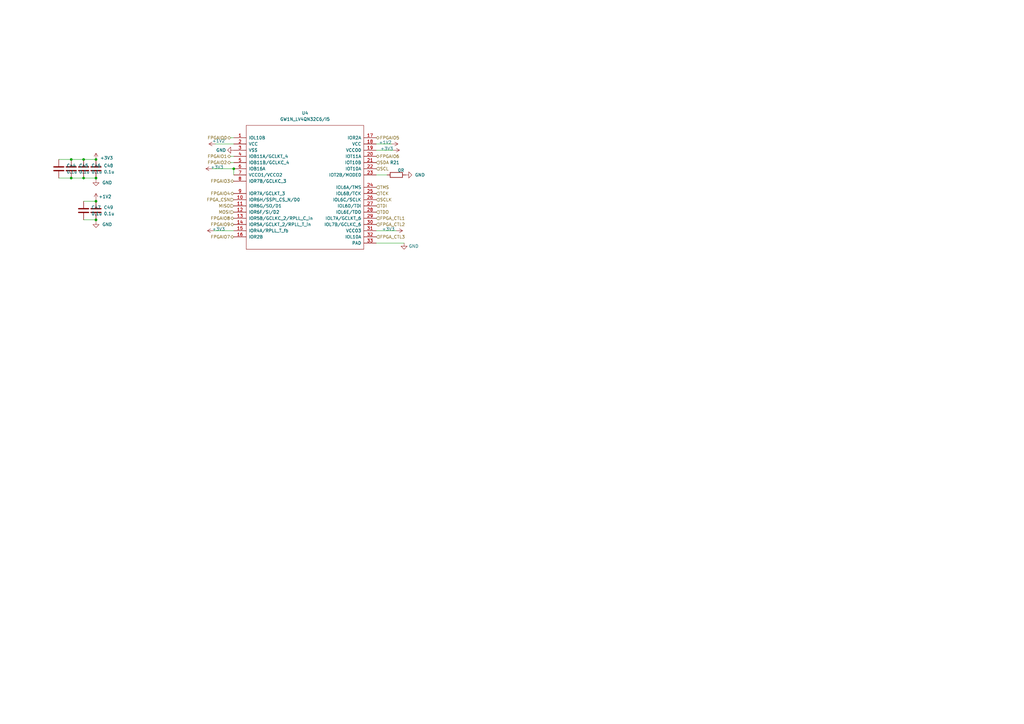
<source format=kicad_sch>
(kicad_sch (version 20211123) (generator eeschema)

  (uuid dcca8c57-517c-4117-85e0-b73ed3a2ef02)

  (paper "A3")

  (lib_symbols
    (symbol "Device:C" (pin_numbers hide) (pin_names (offset 0.254)) (in_bom yes) (on_board yes)
      (property "Reference" "C" (id 0) (at 0.635 2.54 0)
        (effects (font (size 1.27 1.27)) (justify left))
      )
      (property "Value" "C" (id 1) (at 0.635 -2.54 0)
        (effects (font (size 1.27 1.27)) (justify left))
      )
      (property "Footprint" "" (id 2) (at 0.9652 -3.81 0)
        (effects (font (size 1.27 1.27)) hide)
      )
      (property "Datasheet" "~" (id 3) (at 0 0 0)
        (effects (font (size 1.27 1.27)) hide)
      )
      (property "ki_keywords" "cap capacitor" (id 4) (at 0 0 0)
        (effects (font (size 1.27 1.27)) hide)
      )
      (property "ki_description" "Unpolarized capacitor" (id 5) (at 0 0 0)
        (effects (font (size 1.27 1.27)) hide)
      )
      (property "ki_fp_filters" "C_*" (id 6) (at 0 0 0)
        (effects (font (size 1.27 1.27)) hide)
      )
      (symbol "C_0_1"
        (polyline
          (pts
            (xy -2.032 -0.762)
            (xy 2.032 -0.762)
          )
          (stroke (width 0.508) (type default) (color 0 0 0 0))
          (fill (type none))
        )
        (polyline
          (pts
            (xy -2.032 0.762)
            (xy 2.032 0.762)
          )
          (stroke (width 0.508) (type default) (color 0 0 0 0))
          (fill (type none))
        )
      )
      (symbol "C_1_1"
        (pin passive line (at 0 3.81 270) (length 2.794)
          (name "~" (effects (font (size 1.27 1.27))))
          (number "1" (effects (font (size 1.27 1.27))))
        )
        (pin passive line (at 0 -3.81 90) (length 2.794)
          (name "~" (effects (font (size 1.27 1.27))))
          (number "2" (effects (font (size 1.27 1.27))))
        )
      )
    )
    (symbol "Device:R" (pin_numbers hide) (pin_names (offset 0)) (in_bom yes) (on_board yes)
      (property "Reference" "R" (id 0) (at 2.032 0 90)
        (effects (font (size 1.27 1.27)))
      )
      (property "Value" "R" (id 1) (at 0 0 90)
        (effects (font (size 1.27 1.27)))
      )
      (property "Footprint" "" (id 2) (at -1.778 0 90)
        (effects (font (size 1.27 1.27)) hide)
      )
      (property "Datasheet" "~" (id 3) (at 0 0 0)
        (effects (font (size 1.27 1.27)) hide)
      )
      (property "ki_keywords" "R res resistor" (id 4) (at 0 0 0)
        (effects (font (size 1.27 1.27)) hide)
      )
      (property "ki_description" "Resistor" (id 5) (at 0 0 0)
        (effects (font (size 1.27 1.27)) hide)
      )
      (property "ki_fp_filters" "R_*" (id 6) (at 0 0 0)
        (effects (font (size 1.27 1.27)) hide)
      )
      (symbol "R_0_1"
        (rectangle (start -1.016 -2.54) (end 1.016 2.54)
          (stroke (width 0.254) (type default) (color 0 0 0 0))
          (fill (type none))
        )
      )
      (symbol "R_1_1"
        (pin passive line (at 0 3.81 270) (length 1.27)
          (name "~" (effects (font (size 1.27 1.27))))
          (number "1" (effects (font (size 1.27 1.27))))
        )
        (pin passive line (at 0 -3.81 90) (length 1.27)
          (name "~" (effects (font (size 1.27 1.27))))
          (number "2" (effects (font (size 1.27 1.27))))
        )
      )
    )
    (symbol "ic:GW1N_LV4QN32C6{slash}I5" (pin_names (offset 1.016)) (in_bom yes) (on_board yes)
      (property "Reference" "U" (id 0) (at 0 53.34 0)
        (effects (font (size 1.27 1.27)))
      )
      (property "Value" "GW1N_LV4QN32C6{slash}I5" (id 1) (at 0 58.42 0)
        (effects (font (size 1.27 1.27)))
      )
      (property "Footprint" "Package_DFN_QFN:QFN-32-1EP_5x5mm_P0.5mm_EP3.45x3.45mm" (id 2) (at 29.21 62.23 0)
        (effects (font (size 1.27 1.27)) hide)
      )
      (property "Datasheet" "" (id 3) (at 0 43.18 0)
        (effects (font (size 1.27 1.27)) hide)
      )
      (property "SuppliersPartNumber" "" (id 4) (at 0 38.1 0)
        (effects (font (size 1.27 1.27)) hide)
      )
      (property "uuid" "std:b72d21f036954ac58f3a73dfd2dd7d24" (id 5) (at 25.4 52.07 0)
        (effects (font (size 1.27 1.27)) hide)
      )
      (symbol "GW1N_LV4QN32C6{slash}I5_1_1"
        (rectangle (start 0 50.8) (end 48.26 0)
          (stroke (width 0.1524) (type default) (color 0 0 0 0))
          (fill (type none))
        )
        (pin input line (at -5.08 45.72 0) (length 5.08)
          (name "IOL10B" (effects (font (size 1.27 1.27))))
          (number "1" (effects (font (size 1.27 1.27))))
        )
        (pin input line (at -5.08 20.32 0) (length 5.08)
          (name "IOR6H/SSPI_CS_N/D0" (effects (font (size 1.27 1.27))))
          (number "10" (effects (font (size 1.27 1.27))))
        )
        (pin input line (at -5.08 17.78 0) (length 5.08)
          (name "IOR6G/SO/D1" (effects (font (size 1.27 1.27))))
          (number "11" (effects (font (size 1.27 1.27))))
        )
        (pin input line (at -5.08 15.24 0) (length 5.08)
          (name "IOR6F/SI/D2" (effects (font (size 1.27 1.27))))
          (number "12" (effects (font (size 1.27 1.27))))
        )
        (pin input line (at -5.08 12.7 0) (length 5.08)
          (name "IOR5B/GCLKC_2/RPLL_C_in" (effects (font (size 1.27 1.27))))
          (number "13" (effects (font (size 1.27 1.27))))
        )
        (pin input line (at -5.08 10.16 0) (length 5.08)
          (name "IOR5A/GCLKT_2/RPLL_T_in" (effects (font (size 1.27 1.27))))
          (number "14" (effects (font (size 1.27 1.27))))
        )
        (pin input line (at -5.08 7.62 0) (length 5.08)
          (name "IOR4A/RPLL_T_fb" (effects (font (size 1.27 1.27))))
          (number "15" (effects (font (size 1.27 1.27))))
        )
        (pin input line (at -5.08 5.08 0) (length 5.08)
          (name "IOR2B" (effects (font (size 1.27 1.27))))
          (number "16" (effects (font (size 1.27 1.27))))
        )
        (pin input line (at 53.34 45.72 180) (length 5.08)
          (name "IOR2A" (effects (font (size 1.27 1.27))))
          (number "17" (effects (font (size 1.27 1.27))))
        )
        (pin input line (at 53.34 43.18 180) (length 5.08)
          (name "VCC" (effects (font (size 1.27 1.27))))
          (number "18" (effects (font (size 1.27 1.27))))
        )
        (pin input line (at 53.34 40.64 180) (length 5.08)
          (name "VCCO0" (effects (font (size 1.27 1.27))))
          (number "19" (effects (font (size 1.27 1.27))))
        )
        (pin input line (at -5.08 43.18 0) (length 5.08)
          (name "VCC" (effects (font (size 1.27 1.27))))
          (number "2" (effects (font (size 1.27 1.27))))
        )
        (pin input line (at 53.34 38.1 180) (length 5.08)
          (name "IOT11A" (effects (font (size 1.27 1.27))))
          (number "20" (effects (font (size 1.27 1.27))))
        )
        (pin input line (at 53.34 35.56 180) (length 5.08)
          (name "IOT10B" (effects (font (size 1.27 1.27))))
          (number "21" (effects (font (size 1.27 1.27))))
        )
        (pin input line (at 53.34 33.02 180) (length 5.08)
          (name "IOT10A" (effects (font (size 1.27 1.27))))
          (number "22" (effects (font (size 1.27 1.27))))
        )
        (pin input line (at 53.34 30.48 180) (length 5.08)
          (name "IOT2B/MODE0" (effects (font (size 1.27 1.27))))
          (number "23" (effects (font (size 1.27 1.27))))
        )
        (pin input line (at 53.34 25.4 180) (length 5.08)
          (name "IOL6A/TMS" (effects (font (size 1.27 1.27))))
          (number "24" (effects (font (size 1.27 1.27))))
        )
        (pin input line (at 53.34 22.86 180) (length 5.08)
          (name "IOL6B/TCK" (effects (font (size 1.27 1.27))))
          (number "25" (effects (font (size 1.27 1.27))))
        )
        (pin input line (at 53.34 20.32 180) (length 5.08)
          (name "IOL6C/SCLK" (effects (font (size 1.27 1.27))))
          (number "26" (effects (font (size 1.27 1.27))))
        )
        (pin input line (at 53.34 17.78 180) (length 5.08)
          (name "IOL6D/TDI" (effects (font (size 1.27 1.27))))
          (number "27" (effects (font (size 1.27 1.27))))
        )
        (pin input line (at 53.34 15.24 180) (length 5.08)
          (name "IOL6E/TDO" (effects (font (size 1.27 1.27))))
          (number "28" (effects (font (size 1.27 1.27))))
        )
        (pin input line (at 53.34 12.7 180) (length 5.08)
          (name "IOL7A/GCLKT_6" (effects (font (size 1.27 1.27))))
          (number "29" (effects (font (size 1.27 1.27))))
        )
        (pin input line (at -5.08 40.64 0) (length 5.08)
          (name "VSS" (effects (font (size 1.27 1.27))))
          (number "3" (effects (font (size 1.27 1.27))))
        )
        (pin input line (at 53.34 10.16 180) (length 5.08)
          (name "IOL7B/GCLKC_6" (effects (font (size 1.27 1.27))))
          (number "30" (effects (font (size 1.27 1.27))))
        )
        (pin input line (at 53.34 7.62 180) (length 5.08)
          (name "VCCO3" (effects (font (size 1.27 1.27))))
          (number "31" (effects (font (size 1.27 1.27))))
        )
        (pin input line (at 53.34 5.08 180) (length 5.08)
          (name "IOL10A" (effects (font (size 1.27 1.27))))
          (number "32" (effects (font (size 1.27 1.27))))
        )
        (pin input line (at 53.34 2.54 180) (length 5.08)
          (name "PAD" (effects (font (size 1.27 1.27))))
          (number "33" (effects (font (size 1.27 1.27))))
        )
        (pin input line (at -5.08 38.1 0) (length 5.08)
          (name "IOB11A/GCLKT_4" (effects (font (size 1.27 1.27))))
          (number "4" (effects (font (size 1.27 1.27))))
        )
        (pin input line (at -5.08 35.56 0) (length 5.08)
          (name "IOB11B/GCLKC_4" (effects (font (size 1.27 1.27))))
          (number "5" (effects (font (size 1.27 1.27))))
        )
        (pin input line (at -5.08 33.02 0) (length 5.08)
          (name "IOB16A" (effects (font (size 1.27 1.27))))
          (number "6" (effects (font (size 1.27 1.27))))
        )
        (pin input line (at -5.08 30.48 0) (length 5.08)
          (name "VCCO1/VCCO2" (effects (font (size 1.27 1.27))))
          (number "7" (effects (font (size 1.27 1.27))))
        )
        (pin input line (at -5.08 27.94 0) (length 5.08)
          (name "IOR7B/GCLKC_3" (effects (font (size 1.27 1.27))))
          (number "8" (effects (font (size 1.27 1.27))))
        )
        (pin input line (at -5.08 22.86 0) (length 5.08)
          (name "IOR7A/GCLKT_3" (effects (font (size 1.27 1.27))))
          (number "9" (effects (font (size 1.27 1.27))))
        )
      )
    )
    (symbol "power:+1V2" (power) (pin_names (offset 0)) (in_bom yes) (on_board yes)
      (property "Reference" "#PWR" (id 0) (at 0 -3.81 0)
        (effects (font (size 1.27 1.27)) hide)
      )
      (property "Value" "+1V2" (id 1) (at 0 3.556 0)
        (effects (font (size 1.27 1.27)))
      )
      (property "Footprint" "" (id 2) (at 0 0 0)
        (effects (font (size 1.27 1.27)) hide)
      )
      (property "Datasheet" "" (id 3) (at 0 0 0)
        (effects (font (size 1.27 1.27)) hide)
      )
      (property "ki_keywords" "power-flag" (id 4) (at 0 0 0)
        (effects (font (size 1.27 1.27)) hide)
      )
      (property "ki_description" "Power symbol creates a global label with name \"+1V2\"" (id 5) (at 0 0 0)
        (effects (font (size 1.27 1.27)) hide)
      )
      (symbol "+1V2_0_1"
        (polyline
          (pts
            (xy -0.762 1.27)
            (xy 0 2.54)
          )
          (stroke (width 0) (type default) (color 0 0 0 0))
          (fill (type none))
        )
        (polyline
          (pts
            (xy 0 0)
            (xy 0 2.54)
          )
          (stroke (width 0) (type default) (color 0 0 0 0))
          (fill (type none))
        )
        (polyline
          (pts
            (xy 0 2.54)
            (xy 0.762 1.27)
          )
          (stroke (width 0) (type default) (color 0 0 0 0))
          (fill (type none))
        )
      )
      (symbol "+1V2_1_1"
        (pin power_in line (at 0 0 90) (length 0) hide
          (name "+1V2" (effects (font (size 1.27 1.27))))
          (number "1" (effects (font (size 1.27 1.27))))
        )
      )
    )
    (symbol "power:+3V3" (power) (pin_names (offset 0)) (in_bom yes) (on_board yes)
      (property "Reference" "#PWR" (id 0) (at 0 -3.81 0)
        (effects (font (size 1.27 1.27)) hide)
      )
      (property "Value" "+3V3" (id 1) (at 0 3.556 0)
        (effects (font (size 1.27 1.27)))
      )
      (property "Footprint" "" (id 2) (at 0 0 0)
        (effects (font (size 1.27 1.27)) hide)
      )
      (property "Datasheet" "" (id 3) (at 0 0 0)
        (effects (font (size 1.27 1.27)) hide)
      )
      (property "ki_keywords" "power-flag" (id 4) (at 0 0 0)
        (effects (font (size 1.27 1.27)) hide)
      )
      (property "ki_description" "Power symbol creates a global label with name \"+3V3\"" (id 5) (at 0 0 0)
        (effects (font (size 1.27 1.27)) hide)
      )
      (symbol "+3V3_0_1"
        (polyline
          (pts
            (xy -0.762 1.27)
            (xy 0 2.54)
          )
          (stroke (width 0) (type default) (color 0 0 0 0))
          (fill (type none))
        )
        (polyline
          (pts
            (xy 0 0)
            (xy 0 2.54)
          )
          (stroke (width 0) (type default) (color 0 0 0 0))
          (fill (type none))
        )
        (polyline
          (pts
            (xy 0 2.54)
            (xy 0.762 1.27)
          )
          (stroke (width 0) (type default) (color 0 0 0 0))
          (fill (type none))
        )
      )
      (symbol "+3V3_1_1"
        (pin power_in line (at 0 0 90) (length 0) hide
          (name "+3V3" (effects (font (size 1.27 1.27))))
          (number "1" (effects (font (size 1.27 1.27))))
        )
      )
    )
    (symbol "power:GND" (power) (pin_names (offset 0)) (in_bom yes) (on_board yes)
      (property "Reference" "#PWR" (id 0) (at 0 -6.35 0)
        (effects (font (size 1.27 1.27)) hide)
      )
      (property "Value" "GND" (id 1) (at 0 -3.81 0)
        (effects (font (size 1.27 1.27)))
      )
      (property "Footprint" "" (id 2) (at 0 0 0)
        (effects (font (size 1.27 1.27)) hide)
      )
      (property "Datasheet" "" (id 3) (at 0 0 0)
        (effects (font (size 1.27 1.27)) hide)
      )
      (property "ki_keywords" "power-flag" (id 4) (at 0 0 0)
        (effects (font (size 1.27 1.27)) hide)
      )
      (property "ki_description" "Power symbol creates a global label with name \"GND\" , ground" (id 5) (at 0 0 0)
        (effects (font (size 1.27 1.27)) hide)
      )
      (symbol "GND_0_1"
        (polyline
          (pts
            (xy 0 0)
            (xy 0 -1.27)
            (xy 1.27 -1.27)
            (xy 0 -2.54)
            (xy -1.27 -1.27)
            (xy 0 -1.27)
          )
          (stroke (width 0) (type default) (color 0 0 0 0))
          (fill (type none))
        )
      )
      (symbol "GND_1_1"
        (pin power_in line (at 0 0 270) (length 0) hide
          (name "GND" (effects (font (size 1.27 1.27))))
          (number "1" (effects (font (size 1.27 1.27))))
        )
      )
    )
  )

  (junction (at 29.21 65.405) (diameter 0) (color 0 0 0 0)
    (uuid 305375a5-2f6b-4f9b-afcb-49c8e540c69c)
  )
  (junction (at 39.37 90.17) (diameter 0) (color 0 0 0 0)
    (uuid 3420265d-78df-47e2-a0ee-811ed66800db)
  )
  (junction (at 39.37 65.405) (diameter 0) (color 0 0 0 0)
    (uuid 3804dcf2-74cb-4381-8b02-c9600a72db05)
  )
  (junction (at 34.29 65.405) (diameter 0) (color 0 0 0 0)
    (uuid 3bab8cd1-ff07-4db7-87d2-4ea76e896342)
  )
  (junction (at 39.37 73.025) (diameter 0) (color 0 0 0 0)
    (uuid 4da0ed66-d3fe-4238-bff1-ba135544cc20)
  )
  (junction (at 29.21 73.025) (diameter 0) (color 0 0 0 0)
    (uuid 508f10bc-cf9e-4ecf-b984-949a327657e8)
  )
  (junction (at 39.37 82.55) (diameter 0) (color 0 0 0 0)
    (uuid 5a1a477d-29c5-4ed5-b141-e483cf3bb45d)
  )
  (junction (at 34.29 73.025) (diameter 0) (color 0 0 0 0)
    (uuid 9447c632-d03d-4b12-9805-813d1bf119e6)
  )
  (junction (at 95.885 69.215) (diameter 0) (color 0 0 0 0)
    (uuid e1d88041-3b76-4319-ab2b-bc0990c0030c)
  )

  (wire (pts (xy 165.735 99.695) (xy 154.305 99.695))
    (stroke (width 0) (type default) (color 0 0 0 0))
    (uuid 1ade2a7a-cb12-4f3a-b593-6f4a62d5f226)
  )
  (wire (pts (xy 39.37 90.805) (xy 39.37 90.17))
    (stroke (width 0) (type default) (color 0 0 0 0))
    (uuid 2f5045d8-6b22-4e05-8aaf-0b214b73a2e1)
  )
  (wire (pts (xy 29.21 73.025) (xy 34.29 73.025))
    (stroke (width 0) (type default) (color 0 0 0 0))
    (uuid 3083f43c-ef21-4d5e-9dfc-31684078a160)
  )
  (wire (pts (xy 158.75 71.755) (xy 154.305 71.755))
    (stroke (width 0) (type default) (color 0 0 0 0))
    (uuid 39dca183-1eb7-4d29-9595-edd173c92459)
  )
  (wire (pts (xy 29.21 65.405) (xy 34.29 65.405))
    (stroke (width 0) (type default) (color 0 0 0 0))
    (uuid 3a534d61-d6ef-4564-98b2-3ee614a7f7ce)
  )
  (wire (pts (xy 34.29 65.405) (xy 39.37 65.405))
    (stroke (width 0) (type default) (color 0 0 0 0))
    (uuid 4b0c062f-a616-4207-b782-1886f0614293)
  )
  (wire (pts (xy 94.615 64.135) (xy 95.885 64.135))
    (stroke (width 0) (type default) (color 0 0 0 0))
    (uuid 5067f67c-5495-4a3d-9951-d47208765346)
  )
  (wire (pts (xy 94.615 66.675) (xy 95.885 66.675))
    (stroke (width 0) (type default) (color 0 0 0 0))
    (uuid 50f69d28-a85b-4cf7-93fc-f14ae19f806e)
  )
  (wire (pts (xy 160.655 59.055) (xy 154.305 59.055))
    (stroke (width 0) (type default) (color 0 0 0 0))
    (uuid 5590b411-becb-4b0c-aa34-b095c2c398dd)
  )
  (wire (pts (xy 161.29 61.595) (xy 154.305 61.595))
    (stroke (width 0) (type default) (color 0 0 0 0))
    (uuid 6e80171b-f740-4552-a095-081a87cda12a)
  )
  (wire (pts (xy 39.37 73.66) (xy 39.37 73.025))
    (stroke (width 0) (type default) (color 0 0 0 0))
    (uuid 7118df66-c0f7-4495-8018-9234de1755d1)
  )
  (wire (pts (xy 24.13 65.405) (xy 29.21 65.405))
    (stroke (width 0) (type default) (color 0 0 0 0))
    (uuid a4cbf9f1-fbb0-449b-abf8-19b89250a67c)
  )
  (wire (pts (xy 34.29 90.17) (xy 39.37 90.17))
    (stroke (width 0) (type default) (color 0 0 0 0))
    (uuid ba8c5692-291e-4792-9a27-c1e6ab2abc5e)
  )
  (wire (pts (xy 24.13 73.025) (xy 29.21 73.025))
    (stroke (width 0) (type default) (color 0 0 0 0))
    (uuid c3a08e63-33f8-4340-a5d4-0c3f22f61ded)
  )
  (wire (pts (xy 94.615 56.515) (xy 95.885 56.515))
    (stroke (width 0) (type default) (color 0 0 0 0))
    (uuid cb7f65e1-9dcf-440f-83f7-095ea3d96478)
  )
  (wire (pts (xy 95.885 69.215) (xy 95.885 71.755))
    (stroke (width 0) (type default) (color 0 0 0 0))
    (uuid d3c4a6bf-95ad-4c45-8144-4f4e0844da1c)
  )
  (wire (pts (xy 88.265 59.055) (xy 95.885 59.055))
    (stroke (width 0) (type default) (color 0 0 0 0))
    (uuid d7ba88c5-1a47-4435-b7d8-c45fc7a5070a)
  )
  (wire (pts (xy 34.29 73.025) (xy 39.37 73.025))
    (stroke (width 0) (type default) (color 0 0 0 0))
    (uuid e231ead7-c20b-460a-8d63-41a5855aa2ff)
  )
  (wire (pts (xy 86.995 69.215) (xy 95.885 69.215))
    (stroke (width 0) (type default) (color 0 0 0 0))
    (uuid e5b97ff6-7f23-4bbc-b945-bdd6dac44c17)
  )
  (wire (pts (xy 87.63 94.615) (xy 95.885 94.615))
    (stroke (width 0) (type default) (color 0 0 0 0))
    (uuid e8f30824-561a-4571-9190-7e85681e2055)
  )
  (wire (pts (xy 162.56 94.615) (xy 154.305 94.615))
    (stroke (width 0) (type default) (color 0 0 0 0))
    (uuid f362c3db-471a-4e9f-8fb5-84e6b880de5c)
  )
  (wire (pts (xy 39.37 81.915) (xy 39.37 82.55))
    (stroke (width 0) (type default) (color 0 0 0 0))
    (uuid f7e781dc-66dc-464e-bb21-34228ded1a91)
  )
  (wire (pts (xy 34.29 82.55) (xy 39.37 82.55))
    (stroke (width 0) (type default) (color 0 0 0 0))
    (uuid fb5b3b1c-b594-4f3c-82b5-7ceefdee587b)
  )

  (hierarchical_label "SDA" (shape input) (at 154.305 66.675 0)
    (effects (font (size 1.27 1.27)) (justify left))
    (uuid 07647f15-52ad-40d4-98d3-ce312de9e2ab)
  )
  (hierarchical_label "TCK" (shape input) (at 154.305 79.375 0)
    (effects (font (size 1.27 1.27)) (justify left))
    (uuid 1502ce21-c7f3-4675-8cfb-77dc5402fe5e)
  )
  (hierarchical_label "FPGAIO4" (shape bidirectional) (at 95.885 79.375 180)
    (effects (font (size 1.27 1.27)) (justify right))
    (uuid 171991e8-cf72-41d3-b00a-955e2b648367)
  )
  (hierarchical_label "FPGAIO6" (shape bidirectional) (at 154.305 64.135 0)
    (effects (font (size 1.27 1.27)) (justify left))
    (uuid 2df4f387-d53e-4e6e-9e3e-f5bdb51bc979)
  )
  (hierarchical_label "FPGAIO2" (shape bidirectional) (at 94.615 66.675 180)
    (effects (font (size 1.27 1.27)) (justify right))
    (uuid 40b6be6d-2d88-4208-b01b-d17ccebbaa6f)
  )
  (hierarchical_label "FPGA_CTL2" (shape input) (at 154.305 92.075 0)
    (effects (font (size 1.27 1.27)) (justify left))
    (uuid 525d60f4-d022-46ae-be92-45b0d84a64fe)
  )
  (hierarchical_label "FPGAIO7" (shape bidirectional) (at 95.885 97.155 180)
    (effects (font (size 1.27 1.27)) (justify right))
    (uuid 54ba33bf-5ab2-42e7-915e-a017f7d22732)
  )
  (hierarchical_label "FPGAIO8" (shape bidirectional) (at 95.885 89.535 180)
    (effects (font (size 1.27 1.27)) (justify right))
    (uuid 70537238-b561-4c9a-aa7b-a153d2e38933)
  )
  (hierarchical_label "FPGAIO1" (shape bidirectional) (at 94.615 64.135 180)
    (effects (font (size 1.27 1.27)) (justify right))
    (uuid 74f064f0-566c-4e2b-8c79-76c6fef737c4)
  )
  (hierarchical_label "MISO" (shape input) (at 95.885 84.455 180)
    (effects (font (size 1.27 1.27)) (justify right))
    (uuid 7b7191bb-7238-4e6a-8724-1e757e9bddec)
  )
  (hierarchical_label "MOSI" (shape input) (at 95.885 86.995 180)
    (effects (font (size 1.27 1.27)) (justify right))
    (uuid 7dfe96de-2366-4d33-82d5-e1ab3aa18b46)
  )
  (hierarchical_label "FPGAIO3" (shape bidirectional) (at 95.885 74.295 180)
    (effects (font (size 1.27 1.27)) (justify right))
    (uuid 8b1f48dd-0eb4-4707-a610-512d5cf5ff7d)
  )
  (hierarchical_label "SCLK" (shape input) (at 154.305 81.915 0)
    (effects (font (size 1.27 1.27)) (justify left))
    (uuid 951ba32c-d04c-4f85-b5cd-48beb908ca37)
  )
  (hierarchical_label "FPGAIO0" (shape bidirectional) (at 94.615 56.515 180)
    (effects (font (size 1.27 1.27)) (justify right))
    (uuid adc70478-7305-4bde-9a0e-4124dd8e25d4)
  )
  (hierarchical_label "TMS" (shape input) (at 154.305 76.835 0)
    (effects (font (size 1.27 1.27)) (justify left))
    (uuid b7a72a1c-363d-41c8-b827-19189d66a99a)
  )
  (hierarchical_label "FPGA_CSN" (shape input) (at 95.885 81.915 180)
    (effects (font (size 1.27 1.27)) (justify right))
    (uuid c6a23822-3e94-4173-9593-0d069a0cdece)
  )
  (hierarchical_label "FPGA_CTL3" (shape input) (at 154.305 97.155 0)
    (effects (font (size 1.27 1.27)) (justify left))
    (uuid c92f8ace-bb72-4459-9042-ea3c987c8d94)
  )
  (hierarchical_label "TDO" (shape input) (at 154.305 86.995 0)
    (effects (font (size 1.27 1.27)) (justify left))
    (uuid cef2ab76-d7dd-49ad-8a13-ecb43cfea7da)
  )
  (hierarchical_label "FPGA_CTL1" (shape input) (at 154.305 89.535 0)
    (effects (font (size 1.27 1.27)) (justify left))
    (uuid d30a460d-8fe4-46d2-92d1-a485e28283ee)
  )
  (hierarchical_label "FPGAIO5" (shape bidirectional) (at 154.305 56.515 0)
    (effects (font (size 1.27 1.27)) (justify left))
    (uuid d915d75e-83ca-43f0-bb4e-3000c027654d)
  )
  (hierarchical_label "FPGAIO9" (shape bidirectional) (at 95.885 92.075 180)
    (effects (font (size 1.27 1.27)) (justify right))
    (uuid da311c13-0fe0-4c31-a269-caa79984addd)
  )
  (hierarchical_label "SCL" (shape input) (at 154.305 69.215 0)
    (effects (font (size 1.27 1.27)) (justify left))
    (uuid dd5fe657-dfd8-414a-bb57-fa69c2455e89)
  )
  (hierarchical_label "TDI" (shape input) (at 154.305 84.455 0)
    (effects (font (size 1.27 1.27)) (justify left))
    (uuid e569d882-9961-4eef-a130-d0ed45418835)
  )

  (symbol (lib_id "power:+3V3") (at 87.63 94.615 90) (unit 1)
    (in_bom yes) (on_board yes)
    (uuid 1e7425ec-80c2-4457-9d46-f7ca76b0bbf0)
    (property "Reference" "#PWR0169" (id 0) (at 91.44 94.615 0)
      (effects (font (size 1.27 1.27)) hide)
    )
    (property "Value" "+3V3" (id 1) (at 86.995 93.98 90)
      (effects (font (size 1.27 1.27)) (justify right))
    )
    (property "Footprint" "" (id 2) (at 87.63 94.615 0)
      (effects (font (size 1.27 1.27)) hide)
    )
    (property "Datasheet" "" (id 3) (at 87.63 94.615 0)
      (effects (font (size 1.27 1.27)) hide)
    )
    (pin "1" (uuid 8a5317da-d528-4853-9176-cb8ec354dfbe))
  )

  (symbol (lib_id "power:+3V3") (at 39.37 65.405 0) (unit 1)
    (in_bom yes) (on_board yes)
    (uuid 21753d28-22c8-42df-ba45-22e15b282d6d)
    (property "Reference" "#PWR0175" (id 0) (at 39.37 69.215 0)
      (effects (font (size 1.27 1.27)) hide)
    )
    (property "Value" "+3V3" (id 1) (at 46.355 64.77 0)
      (effects (font (size 1.27 1.27)) (justify right))
    )
    (property "Footprint" "" (id 2) (at 39.37 65.405 0)
      (effects (font (size 1.27 1.27)) hide)
    )
    (property "Datasheet" "" (id 3) (at 39.37 65.405 0)
      (effects (font (size 1.27 1.27)) hide)
    )
    (pin "1" (uuid d073da5a-a401-4cbc-b920-6ce16b9599fa))
  )

  (symbol (lib_id "power:GND") (at 39.37 73.66 0) (unit 1)
    (in_bom yes) (on_board yes) (fields_autoplaced)
    (uuid 21bbcb8d-76cd-4538-a454-63072e348336)
    (property "Reference" "#PWR0176" (id 0) (at 39.37 80.01 0)
      (effects (font (size 1.27 1.27)) hide)
    )
    (property "Value" "GND" (id 1) (at 41.91 74.9299 0)
      (effects (font (size 1.27 1.27)) (justify left))
    )
    (property "Footprint" "" (id 2) (at 39.37 73.66 0)
      (effects (font (size 1.27 1.27)) hide)
    )
    (property "Datasheet" "" (id 3) (at 39.37 73.66 0)
      (effects (font (size 1.27 1.27)) hide)
    )
    (pin "1" (uuid aafd299a-cc74-4bc8-ac4d-d1fdfdb9a276))
  )

  (symbol (lib_id "power:GND") (at 39.37 90.805 0) (unit 1)
    (in_bom yes) (on_board yes) (fields_autoplaced)
    (uuid 3b4349ac-0be3-49b0-b64f-bd87e433396e)
    (property "Reference" "#PWR0174" (id 0) (at 39.37 97.155 0)
      (effects (font (size 1.27 1.27)) hide)
    )
    (property "Value" "GND" (id 1) (at 41.91 92.0749 0)
      (effects (font (size 1.27 1.27)) (justify left))
    )
    (property "Footprint" "" (id 2) (at 39.37 90.805 0)
      (effects (font (size 1.27 1.27)) hide)
    )
    (property "Datasheet" "" (id 3) (at 39.37 90.805 0)
      (effects (font (size 1.27 1.27)) hide)
    )
    (pin "1" (uuid 61d49a78-dd13-440d-a828-c0a19f04c31f))
  )

  (symbol (lib_id "power:+3V3") (at 161.29 61.595 270) (unit 1)
    (in_bom yes) (on_board yes)
    (uuid 3b95f788-1e4b-4815-a3cc-612bfe31fcc8)
    (property "Reference" "#PWR0181" (id 0) (at 157.48 61.595 0)
      (effects (font (size 1.27 1.27)) hide)
    )
    (property "Value" "+3V3" (id 1) (at 161.29 60.96 90)
      (effects (font (size 1.27 1.27)) (justify right))
    )
    (property "Footprint" "" (id 2) (at 161.29 61.595 0)
      (effects (font (size 1.27 1.27)) hide)
    )
    (property "Datasheet" "" (id 3) (at 161.29 61.595 0)
      (effects (font (size 1.27 1.27)) hide)
    )
    (pin "1" (uuid bd2e04e2-299b-446e-a7d8-1b67df0c7493))
  )

  (symbol (lib_id "power:+1V2") (at 160.655 59.055 270) (unit 1)
    (in_bom yes) (on_board yes)
    (uuid 410148cf-7116-48cd-a058-148206393c2f)
    (property "Reference" "#PWR0180" (id 0) (at 156.845 59.055 0)
      (effects (font (size 1.27 1.27)) hide)
    )
    (property "Value" "+1V2" (id 1) (at 160.655 58.42 90)
      (effects (font (size 1.27 1.27)) (justify right))
    )
    (property "Footprint" "" (id 2) (at 160.655 59.055 0)
      (effects (font (size 1.27 1.27)) hide)
    )
    (property "Datasheet" "" (id 3) (at 160.655 59.055 0)
      (effects (font (size 1.27 1.27)) hide)
    )
    (pin "1" (uuid 83ff8778-9f0a-4e5f-92b0-6965b1b9f07c))
  )

  (symbol (lib_id "Device:C") (at 34.29 86.36 0) (unit 1)
    (in_bom yes) (on_board yes) (fields_autoplaced)
    (uuid 492b90e6-de6f-4ecd-b0be-0f86b344aabd)
    (property "Reference" "C47" (id 0) (at 37.465 85.0899 0)
      (effects (font (size 1.27 1.27)) (justify left))
    )
    (property "Value" "0.1u" (id 1) (at 37.465 87.6299 0)
      (effects (font (size 1.27 1.27)) (justify left))
    )
    (property "Footprint" "Capacitor_SMD:C_0402_1005Metric" (id 2) (at 35.2552 90.17 0)
      (effects (font (size 1.27 1.27)) hide)
    )
    (property "Datasheet" "~" (id 3) (at 34.29 86.36 0)
      (effects (font (size 1.27 1.27)) hide)
    )
    (pin "1" (uuid c9b9848b-d32d-4238-8e0f-621d87c9fb99))
    (pin "2" (uuid 49a22380-4fd4-4b9a-b3db-43999ba725a9))
  )

  (symbol (lib_id "Device:C") (at 34.29 69.215 0) (unit 1)
    (in_bom yes) (on_board yes) (fields_autoplaced)
    (uuid 54407871-0000-4c02-92ca-c56a8f890379)
    (property "Reference" "C46" (id 0) (at 37.465 67.9449 0)
      (effects (font (size 1.27 1.27)) (justify left))
    )
    (property "Value" "0.1u" (id 1) (at 37.465 70.4849 0)
      (effects (font (size 1.27 1.27)) (justify left))
    )
    (property "Footprint" "Capacitor_SMD:C_0402_1005Metric" (id 2) (at 35.2552 73.025 0)
      (effects (font (size 1.27 1.27)) hide)
    )
    (property "Datasheet" "~" (id 3) (at 34.29 69.215 0)
      (effects (font (size 1.27 1.27)) hide)
    )
    (pin "1" (uuid 9b8668dc-1b57-4e2c-9246-91943607a961))
    (pin "2" (uuid 124b8bf2-8d20-481e-8701-61db00a7048f))
  )

  (symbol (lib_id "ic:GW1N_LV4QN32C6{slash}I5") (at 100.965 102.235 0) (unit 1)
    (in_bom yes) (on_board yes) (fields_autoplaced)
    (uuid 59b5bd1b-72d0-4339-b29b-e528e30ede95)
    (property "Reference" "U4" (id 0) (at 125.095 46.355 0))
    (property "Value" "GW1N_LV4QN32C6/I5" (id 1) (at 125.095 48.895 0))
    (property "Footprint" "Package_DFN_QFN:QFN-32-1EP_5x5mm_P0.5mm_EP3.45x3.45mm" (id 2) (at 100.965 53.975 0)
      (effects (font (size 1.27 1.27)) hide)
    )
    (property "Datasheet" "" (id 3) (at 100.965 59.055 0)
      (effects (font (size 1.27 1.27)) hide)
    )
    (property "SuppliersPartNumber" "" (id 4) (at 100.965 64.135 0)
      (effects (font (size 1.27 1.27)) hide)
    )
    (property "uuid" "std:b72d21f036954ac58f3a73dfd2dd7d24" (id 5) (at 126.365 50.165 0)
      (effects (font (size 1.27 1.27)) hide)
    )
    (pin "1" (uuid 7790c299-1b02-4600-92ae-f9e2a1a483dc))
    (pin "10" (uuid e4f329d9-1af0-4394-9be9-6b1261e0974e))
    (pin "11" (uuid 34622090-1830-400e-9306-308054015186))
    (pin "12" (uuid 96d0ff24-01f6-4c1e-a792-9e2e6c9cc56a))
    (pin "13" (uuid 8fdd74e3-52df-4dd5-9d7b-841b7a2db01c))
    (pin "14" (uuid 0993924a-85f7-4829-9368-721b10382a24))
    (pin "15" (uuid 01596e19-c132-422b-95f3-8216d8c8a04e))
    (pin "16" (uuid 8864c4c4-9d68-4cd9-a936-c6b3461cfec8))
    (pin "17" (uuid 98cd2666-cdf0-40e4-9a6a-112e4cab7651))
    (pin "18" (uuid d4eb42d9-eddd-467d-aa9b-c7e69c0aa16e))
    (pin "19" (uuid b0675a93-07f9-4efd-a097-d643bb90c14a))
    (pin "2" (uuid 31187ae2-0c6c-404c-8594-e9b0c72b51a8))
    (pin "20" (uuid a08df4d9-f0bf-4a8e-8698-a046dfeb9304))
    (pin "21" (uuid a68ba3db-9d33-4677-a6fd-38d02f767fb5))
    (pin "22" (uuid 945a07ad-f9b4-4090-8ea3-5f1b568f61a8))
    (pin "23" (uuid a112a432-dc22-4bd7-a4e3-9cf087d432eb))
    (pin "24" (uuid a74420c0-a92c-4fbc-a82b-acba5c7a014a))
    (pin "25" (uuid 3e3b9a23-f79a-4e03-a93a-3638d71defaa))
    (pin "26" (uuid d137bd3a-7ed4-46f2-8abf-3150c68c78d2))
    (pin "27" (uuid 01c0338f-4dc7-439c-b3f5-449ac92a47f0))
    (pin "28" (uuid a55dc889-1d2e-4123-bf0a-0c82d8586251))
    (pin "29" (uuid ad649362-b43b-4533-bfa7-c986abd4c93b))
    (pin "3" (uuid 1ac5afbb-d6dc-4e8d-9f9c-28a6382a9a42))
    (pin "30" (uuid 061e6193-c8ad-4930-b911-c6eaffcbe795))
    (pin "31" (uuid f6588783-430a-4d5b-8f36-35295a37674d))
    (pin "32" (uuid f4c58234-2596-45fa-a65d-d454dd83e098))
    (pin "33" (uuid 57f097ee-1f3d-44c2-806d-e931872a0e05))
    (pin "4" (uuid 46540cff-31ed-4ca4-a37f-47de5feaaecf))
    (pin "5" (uuid 5e4f7fe0-8af0-4270-a6df-24a224112151))
    (pin "6" (uuid 98f5525c-abb2-4530-97bb-e33616ce92b1))
    (pin "7" (uuid d2a2acc7-5db7-4e07-b169-45092bda5bb9))
    (pin "8" (uuid 3d6d29fc-5598-40b4-b10c-92cf439eebf2))
    (pin "9" (uuid c5b92265-81fb-406d-9735-74b2afca316e))
  )

  (symbol (lib_id "Device:C") (at 39.37 69.215 0) (unit 1)
    (in_bom yes) (on_board yes) (fields_autoplaced)
    (uuid 5e7ebd28-baff-4e33-afa5-2debea0d4ba5)
    (property "Reference" "C48" (id 0) (at 42.545 67.9449 0)
      (effects (font (size 1.27 1.27)) (justify left))
    )
    (property "Value" "0.1u" (id 1) (at 42.545 70.4849 0)
      (effects (font (size 1.27 1.27)) (justify left))
    )
    (property "Footprint" "Capacitor_SMD:C_0402_1005Metric" (id 2) (at 40.3352 73.025 0)
      (effects (font (size 1.27 1.27)) hide)
    )
    (property "Datasheet" "~" (id 3) (at 39.37 69.215 0)
      (effects (font (size 1.27 1.27)) hide)
    )
    (pin "1" (uuid acf82eaf-c38f-4079-b29d-c356951faca0))
    (pin "2" (uuid c244303d-2baf-4810-aa5f-28e92f2a90ac))
  )

  (symbol (lib_id "power:GND") (at 95.885 61.595 270) (unit 1)
    (in_bom yes) (on_board yes) (fields_autoplaced)
    (uuid 726bfd3b-4c30-43a3-997a-352a585dc772)
    (property "Reference" "#PWR0171" (id 0) (at 89.535 61.595 0)
      (effects (font (size 1.27 1.27)) hide)
    )
    (property "Value" "GND" (id 1) (at 92.71 61.5949 90)
      (effects (font (size 1.27 1.27)) (justify right))
    )
    (property "Footprint" "" (id 2) (at 95.885 61.595 0)
      (effects (font (size 1.27 1.27)) hide)
    )
    (property "Datasheet" "" (id 3) (at 95.885 61.595 0)
      (effects (font (size 1.27 1.27)) hide)
    )
    (pin "1" (uuid d01eca37-afe5-41b7-bb21-7a20c459f997))
  )

  (symbol (lib_id "power:GND") (at 165.735 99.695 0) (unit 1)
    (in_bom yes) (on_board yes) (fields_autoplaced)
    (uuid 8eb75a66-e359-4819-9e02-3ceef44039d6)
    (property "Reference" "#PWR0179" (id 0) (at 165.735 106.045 0)
      (effects (font (size 1.27 1.27)) hide)
    )
    (property "Value" "GND" (id 1) (at 167.64 100.9649 0)
      (effects (font (size 1.27 1.27)) (justify left))
    )
    (property "Footprint" "" (id 2) (at 165.735 99.695 0)
      (effects (font (size 1.27 1.27)) hide)
    )
    (property "Datasheet" "" (id 3) (at 165.735 99.695 0)
      (effects (font (size 1.27 1.27)) hide)
    )
    (pin "1" (uuid d51bb0f9-5245-4a19-ab56-d585be62cfc5))
  )

  (symbol (lib_id "Device:C") (at 24.13 69.215 0) (unit 1)
    (in_bom yes) (on_board yes) (fields_autoplaced)
    (uuid a2d9e839-a7ac-49ec-80ed-978db39fb8ed)
    (property "Reference" "C44" (id 0) (at 27.305 67.9449 0)
      (effects (font (size 1.27 1.27)) (justify left))
    )
    (property "Value" "0.1u" (id 1) (at 27.305 70.4849 0)
      (effects (font (size 1.27 1.27)) (justify left))
    )
    (property "Footprint" "Capacitor_SMD:C_0402_1005Metric" (id 2) (at 25.0952 73.025 0)
      (effects (font (size 1.27 1.27)) hide)
    )
    (property "Datasheet" "~" (id 3) (at 24.13 69.215 0)
      (effects (font (size 1.27 1.27)) hide)
    )
    (pin "1" (uuid 18f0eb2a-dc9f-4130-bd90-b1b908f5cf5d))
    (pin "2" (uuid e0eadca6-4f6d-41e7-8be5-d0fd298d5345))
  )

  (symbol (lib_id "Device:C") (at 29.21 69.215 0) (unit 1)
    (in_bom yes) (on_board yes) (fields_autoplaced)
    (uuid a6c872c4-84f6-4c7b-9ac0-c2978cc63ed1)
    (property "Reference" "C45" (id 0) (at 32.385 67.9449 0)
      (effects (font (size 1.27 1.27)) (justify left))
    )
    (property "Value" "0.1u" (id 1) (at 32.385 70.4849 0)
      (effects (font (size 1.27 1.27)) (justify left))
    )
    (property "Footprint" "Capacitor_SMD:C_0402_1005Metric" (id 2) (at 30.1752 73.025 0)
      (effects (font (size 1.27 1.27)) hide)
    )
    (property "Datasheet" "~" (id 3) (at 29.21 69.215 0)
      (effects (font (size 1.27 1.27)) hide)
    )
    (pin "1" (uuid 15f4b06b-1e7a-4fdd-95da-ce3894d85782))
    (pin "2" (uuid 461df2b3-0faf-4b61-995b-0e812a920d9c))
  )

  (symbol (lib_id "Device:C") (at 39.37 86.36 0) (unit 1)
    (in_bom yes) (on_board yes) (fields_autoplaced)
    (uuid a7790b9a-7e3b-40dd-8fd7-57681d63115d)
    (property "Reference" "C49" (id 0) (at 42.545 85.0899 0)
      (effects (font (size 1.27 1.27)) (justify left))
    )
    (property "Value" "0.1u" (id 1) (at 42.545 87.6299 0)
      (effects (font (size 1.27 1.27)) (justify left))
    )
    (property "Footprint" "Capacitor_SMD:C_0402_1005Metric" (id 2) (at 40.3352 90.17 0)
      (effects (font (size 1.27 1.27)) hide)
    )
    (property "Datasheet" "~" (id 3) (at 39.37 86.36 0)
      (effects (font (size 1.27 1.27)) hide)
    )
    (pin "1" (uuid d2a96a67-0d86-400e-bdfe-6aeedec00e93))
    (pin "2" (uuid 986b61a3-9d2c-4e3c-9b93-cb20f17ce65a))
  )

  (symbol (lib_id "power:+1V2") (at 88.265 59.055 90) (unit 1)
    (in_bom yes) (on_board yes)
    (uuid ba9a19b8-db62-41dc-89d3-ec2510c2cdf8)
    (property "Reference" "#PWR0172" (id 0) (at 92.075 59.055 0)
      (effects (font (size 1.27 1.27)) hide)
    )
    (property "Value" "+1V2" (id 1) (at 86.995 57.785 90)
      (effects (font (size 1.27 1.27)) (justify right))
    )
    (property "Footprint" "" (id 2) (at 88.265 59.055 0)
      (effects (font (size 1.27 1.27)) hide)
    )
    (property "Datasheet" "" (id 3) (at 88.265 59.055 0)
      (effects (font (size 1.27 1.27)) hide)
    )
    (pin "1" (uuid 7f0d243d-499f-44a6-8eb7-e628c035b3f9))
  )

  (symbol (lib_id "power:+3V3") (at 86.995 69.215 90) (unit 1)
    (in_bom yes) (on_board yes)
    (uuid c325f58b-b596-4a8e-8857-684647e577f4)
    (property "Reference" "#PWR0170" (id 0) (at 90.805 69.215 0)
      (effects (font (size 1.27 1.27)) hide)
    )
    (property "Value" "+3V3" (id 1) (at 86.36 68.58 90)
      (effects (font (size 1.27 1.27)) (justify right))
    )
    (property "Footprint" "" (id 2) (at 86.995 69.215 0)
      (effects (font (size 1.27 1.27)) hide)
    )
    (property "Datasheet" "" (id 3) (at 86.995 69.215 0)
      (effects (font (size 1.27 1.27)) hide)
    )
    (pin "1" (uuid 366d81b6-1941-45cd-a5fe-36b0db0ab08c))
  )

  (symbol (lib_id "Device:R") (at 162.56 71.755 90) (unit 1)
    (in_bom yes) (on_board yes)
    (uuid c838c6ae-f4b4-4703-b9b9-6a89bb9f90b1)
    (property "Reference" "R21" (id 0) (at 161.925 66.675 90))
    (property "Value" "0R" (id 1) (at 164.465 69.85 90))
    (property "Footprint" "Resistor_SMD:R_0402_1005Metric" (id 2) (at 162.56 73.533 90)
      (effects (font (size 1.27 1.27)) hide)
    )
    (property "Datasheet" "~" (id 3) (at 162.56 71.755 0)
      (effects (font (size 1.27 1.27)) hide)
    )
    (pin "1" (uuid 1f038537-5465-4fd2-a0d7-b2322608bee9))
    (pin "2" (uuid 2919a0c0-55ff-4cd5-89cc-5331144d5faf))
  )

  (symbol (lib_id "power:GND") (at 166.37 71.755 90) (unit 1)
    (in_bom yes) (on_board yes) (fields_autoplaced)
    (uuid d376f820-f4d9-4a28-8e1f-379037de811f)
    (property "Reference" "#PWR0177" (id 0) (at 172.72 71.755 0)
      (effects (font (size 1.27 1.27)) hide)
    )
    (property "Value" "GND" (id 1) (at 170.18 71.7549 90)
      (effects (font (size 1.27 1.27)) (justify right))
    )
    (property "Footprint" "" (id 2) (at 166.37 71.755 0)
      (effects (font (size 1.27 1.27)) hide)
    )
    (property "Datasheet" "" (id 3) (at 166.37 71.755 0)
      (effects (font (size 1.27 1.27)) hide)
    )
    (pin "1" (uuid ca12f1a0-1447-421e-9ba0-6b5d31b29aa5))
  )

  (symbol (lib_id "power:+1V2") (at 39.37 81.915 0) (unit 1)
    (in_bom yes) (on_board yes)
    (uuid d3f56006-f7e7-4393-8f78-f1090fd9a438)
    (property "Reference" "#PWR0173" (id 0) (at 39.37 85.725 0)
      (effects (font (size 1.27 1.27)) hide)
    )
    (property "Value" "+1V2" (id 1) (at 45.72 80.645 0)
      (effects (font (size 1.27 1.27)) (justify right))
    )
    (property "Footprint" "" (id 2) (at 39.37 81.915 0)
      (effects (font (size 1.27 1.27)) hide)
    )
    (property "Datasheet" "" (id 3) (at 39.37 81.915 0)
      (effects (font (size 1.27 1.27)) hide)
    )
    (pin "1" (uuid 6a1e5dee-357e-48aa-9ae0-6285cd290737))
  )

  (symbol (lib_id "power:+3V3") (at 162.56 94.615 270) (unit 1)
    (in_bom yes) (on_board yes)
    (uuid e68b8d4f-150a-46f9-8bc8-6e5d78b45cc1)
    (property "Reference" "#PWR0178" (id 0) (at 158.75 94.615 0)
      (effects (font (size 1.27 1.27)) hide)
    )
    (property "Value" "+3V3" (id 1) (at 161.925 93.98 90)
      (effects (font (size 1.27 1.27)) (justify right))
    )
    (property "Footprint" "" (id 2) (at 162.56 94.615 0)
      (effects (font (size 1.27 1.27)) hide)
    )
    (property "Datasheet" "" (id 3) (at 162.56 94.615 0)
      (effects (font (size 1.27 1.27)) hide)
    )
    (pin "1" (uuid eb4668c9-4a5f-4418-babc-cbeca02c90f0))
  )
)

</source>
